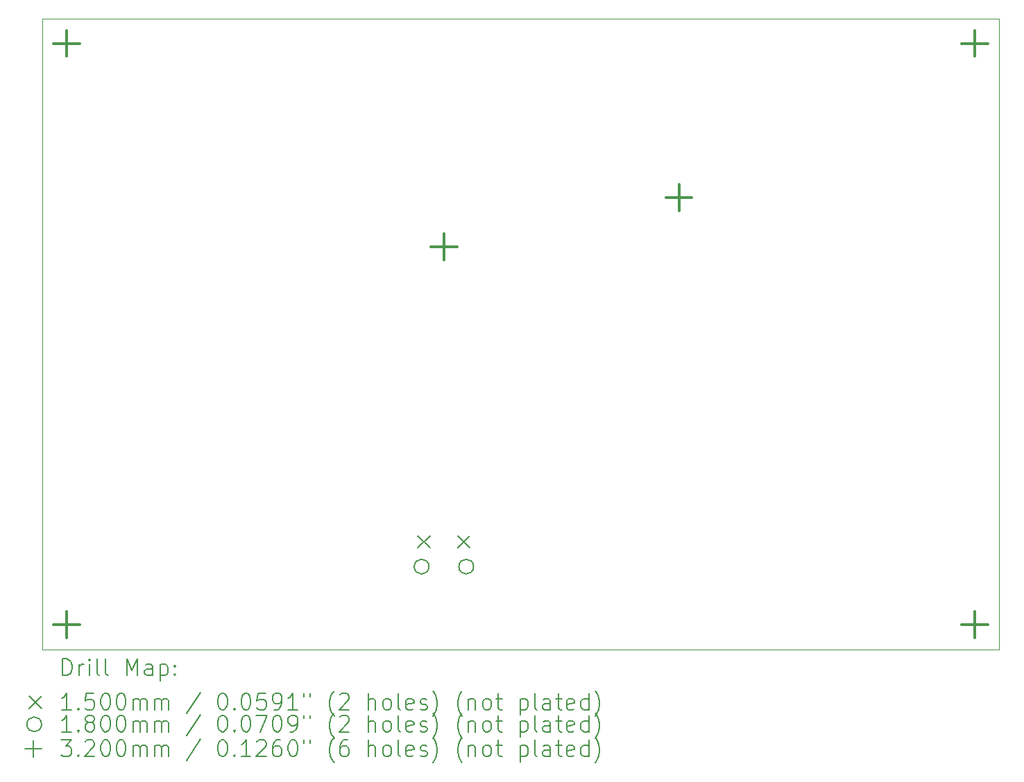
<source format=gbr>
%FSLAX45Y45*%
G04 Gerber Fmt 4.5, Leading zero omitted, Abs format (unit mm)*
G04 Created by KiCad (PCBNEW (6.0.6)) date 2024-03-22 15:25:51*
%MOMM*%
%LPD*%
G01*
G04 APERTURE LIST*
%TA.AperFunction,Profile*%
%ADD10C,0.100000*%
%TD*%
%ADD11C,0.200000*%
%ADD12C,0.150000*%
%ADD13C,0.180000*%
%ADD14C,0.320000*%
G04 APERTURE END LIST*
D10*
X17399000Y-3238500D02*
X5717540Y-3238500D01*
X5717540Y-3238500D02*
X5717540Y-10939780D01*
X5717540Y-10939780D02*
X17399000Y-10939780D01*
X17399000Y-10939780D02*
X17399000Y-3238500D01*
D11*
D12*
X10304780Y-9550560D02*
X10454780Y-9700560D01*
X10454780Y-9550560D02*
X10304780Y-9700560D01*
X10789780Y-9550560D02*
X10939780Y-9700560D01*
X10939780Y-9550560D02*
X10789780Y-9700560D01*
D13*
X10439780Y-9928560D02*
G75*
G03*
X10439780Y-9928560I-90000J0D01*
G01*
X10984780Y-9928560D02*
G75*
G03*
X10984780Y-9928560I-90000J0D01*
G01*
D14*
X6017260Y-3378220D02*
X6017260Y-3698220D01*
X5857260Y-3538220D02*
X6177260Y-3538220D01*
X6017260Y-10480060D02*
X6017260Y-10800060D01*
X5857260Y-10640060D02*
X6177260Y-10640060D01*
X10624820Y-5862340D02*
X10624820Y-6182340D01*
X10464820Y-6022340D02*
X10784820Y-6022340D01*
X13489940Y-5260360D02*
X13489940Y-5580360D01*
X13329940Y-5420360D02*
X13649940Y-5420360D01*
X17099280Y-10480060D02*
X17099280Y-10800060D01*
X16939280Y-10640060D02*
X17259280Y-10640060D01*
X17101820Y-3378220D02*
X17101820Y-3698220D01*
X16941820Y-3538220D02*
X17261820Y-3538220D01*
D11*
X5970159Y-11255256D02*
X5970159Y-11055256D01*
X6017778Y-11055256D01*
X6046349Y-11064780D01*
X6065397Y-11083828D01*
X6074921Y-11102875D01*
X6084445Y-11140970D01*
X6084445Y-11169542D01*
X6074921Y-11207637D01*
X6065397Y-11226685D01*
X6046349Y-11245732D01*
X6017778Y-11255256D01*
X5970159Y-11255256D01*
X6170159Y-11255256D02*
X6170159Y-11121923D01*
X6170159Y-11160018D02*
X6179683Y-11140970D01*
X6189207Y-11131447D01*
X6208254Y-11121923D01*
X6227302Y-11121923D01*
X6293968Y-11255256D02*
X6293968Y-11121923D01*
X6293968Y-11055256D02*
X6284445Y-11064780D01*
X6293968Y-11074304D01*
X6303492Y-11064780D01*
X6293968Y-11055256D01*
X6293968Y-11074304D01*
X6417778Y-11255256D02*
X6398730Y-11245732D01*
X6389207Y-11226685D01*
X6389207Y-11055256D01*
X6522540Y-11255256D02*
X6503492Y-11245732D01*
X6493968Y-11226685D01*
X6493968Y-11055256D01*
X6751111Y-11255256D02*
X6751111Y-11055256D01*
X6817778Y-11198113D01*
X6884445Y-11055256D01*
X6884445Y-11255256D01*
X7065397Y-11255256D02*
X7065397Y-11150494D01*
X7055873Y-11131447D01*
X7036826Y-11121923D01*
X6998730Y-11121923D01*
X6979683Y-11131447D01*
X7065397Y-11245732D02*
X7046349Y-11255256D01*
X6998730Y-11255256D01*
X6979683Y-11245732D01*
X6970159Y-11226685D01*
X6970159Y-11207637D01*
X6979683Y-11188589D01*
X6998730Y-11179066D01*
X7046349Y-11179066D01*
X7065397Y-11169542D01*
X7160635Y-11121923D02*
X7160635Y-11321923D01*
X7160635Y-11131447D02*
X7179683Y-11121923D01*
X7217778Y-11121923D01*
X7236826Y-11131447D01*
X7246349Y-11140970D01*
X7255873Y-11160018D01*
X7255873Y-11217161D01*
X7246349Y-11236208D01*
X7236826Y-11245732D01*
X7217778Y-11255256D01*
X7179683Y-11255256D01*
X7160635Y-11245732D01*
X7341588Y-11236208D02*
X7351111Y-11245732D01*
X7341588Y-11255256D01*
X7332064Y-11245732D01*
X7341588Y-11236208D01*
X7341588Y-11255256D01*
X7341588Y-11131447D02*
X7351111Y-11140970D01*
X7341588Y-11150494D01*
X7332064Y-11140970D01*
X7341588Y-11131447D01*
X7341588Y-11150494D01*
D12*
X5562540Y-11509780D02*
X5712540Y-11659780D01*
X5712540Y-11509780D02*
X5562540Y-11659780D01*
D11*
X6074921Y-11675256D02*
X5960635Y-11675256D01*
X6017778Y-11675256D02*
X6017778Y-11475256D01*
X5998730Y-11503828D01*
X5979683Y-11522875D01*
X5960635Y-11532399D01*
X6160635Y-11656208D02*
X6170159Y-11665732D01*
X6160635Y-11675256D01*
X6151111Y-11665732D01*
X6160635Y-11656208D01*
X6160635Y-11675256D01*
X6351111Y-11475256D02*
X6255873Y-11475256D01*
X6246349Y-11570494D01*
X6255873Y-11560970D01*
X6274921Y-11551447D01*
X6322540Y-11551447D01*
X6341588Y-11560970D01*
X6351111Y-11570494D01*
X6360635Y-11589542D01*
X6360635Y-11637161D01*
X6351111Y-11656208D01*
X6341588Y-11665732D01*
X6322540Y-11675256D01*
X6274921Y-11675256D01*
X6255873Y-11665732D01*
X6246349Y-11656208D01*
X6484445Y-11475256D02*
X6503492Y-11475256D01*
X6522540Y-11484780D01*
X6532064Y-11494304D01*
X6541588Y-11513351D01*
X6551111Y-11551447D01*
X6551111Y-11599066D01*
X6541588Y-11637161D01*
X6532064Y-11656208D01*
X6522540Y-11665732D01*
X6503492Y-11675256D01*
X6484445Y-11675256D01*
X6465397Y-11665732D01*
X6455873Y-11656208D01*
X6446349Y-11637161D01*
X6436826Y-11599066D01*
X6436826Y-11551447D01*
X6446349Y-11513351D01*
X6455873Y-11494304D01*
X6465397Y-11484780D01*
X6484445Y-11475256D01*
X6674921Y-11475256D02*
X6693968Y-11475256D01*
X6713016Y-11484780D01*
X6722540Y-11494304D01*
X6732064Y-11513351D01*
X6741588Y-11551447D01*
X6741588Y-11599066D01*
X6732064Y-11637161D01*
X6722540Y-11656208D01*
X6713016Y-11665732D01*
X6693968Y-11675256D01*
X6674921Y-11675256D01*
X6655873Y-11665732D01*
X6646349Y-11656208D01*
X6636826Y-11637161D01*
X6627302Y-11599066D01*
X6627302Y-11551447D01*
X6636826Y-11513351D01*
X6646349Y-11494304D01*
X6655873Y-11484780D01*
X6674921Y-11475256D01*
X6827302Y-11675256D02*
X6827302Y-11541923D01*
X6827302Y-11560970D02*
X6836826Y-11551447D01*
X6855873Y-11541923D01*
X6884445Y-11541923D01*
X6903492Y-11551447D01*
X6913016Y-11570494D01*
X6913016Y-11675256D01*
X6913016Y-11570494D02*
X6922540Y-11551447D01*
X6941588Y-11541923D01*
X6970159Y-11541923D01*
X6989207Y-11551447D01*
X6998730Y-11570494D01*
X6998730Y-11675256D01*
X7093968Y-11675256D02*
X7093968Y-11541923D01*
X7093968Y-11560970D02*
X7103492Y-11551447D01*
X7122540Y-11541923D01*
X7151111Y-11541923D01*
X7170159Y-11551447D01*
X7179683Y-11570494D01*
X7179683Y-11675256D01*
X7179683Y-11570494D02*
X7189207Y-11551447D01*
X7208254Y-11541923D01*
X7236826Y-11541923D01*
X7255873Y-11551447D01*
X7265397Y-11570494D01*
X7265397Y-11675256D01*
X7655873Y-11465732D02*
X7484445Y-11722875D01*
X7913016Y-11475256D02*
X7932064Y-11475256D01*
X7951111Y-11484780D01*
X7960635Y-11494304D01*
X7970159Y-11513351D01*
X7979683Y-11551447D01*
X7979683Y-11599066D01*
X7970159Y-11637161D01*
X7960635Y-11656208D01*
X7951111Y-11665732D01*
X7932064Y-11675256D01*
X7913016Y-11675256D01*
X7893968Y-11665732D01*
X7884445Y-11656208D01*
X7874921Y-11637161D01*
X7865397Y-11599066D01*
X7865397Y-11551447D01*
X7874921Y-11513351D01*
X7884445Y-11494304D01*
X7893968Y-11484780D01*
X7913016Y-11475256D01*
X8065397Y-11656208D02*
X8074921Y-11665732D01*
X8065397Y-11675256D01*
X8055873Y-11665732D01*
X8065397Y-11656208D01*
X8065397Y-11675256D01*
X8198730Y-11475256D02*
X8217778Y-11475256D01*
X8236826Y-11484780D01*
X8246349Y-11494304D01*
X8255873Y-11513351D01*
X8265397Y-11551447D01*
X8265397Y-11599066D01*
X8255873Y-11637161D01*
X8246349Y-11656208D01*
X8236826Y-11665732D01*
X8217778Y-11675256D01*
X8198730Y-11675256D01*
X8179683Y-11665732D01*
X8170159Y-11656208D01*
X8160635Y-11637161D01*
X8151111Y-11599066D01*
X8151111Y-11551447D01*
X8160635Y-11513351D01*
X8170159Y-11494304D01*
X8179683Y-11484780D01*
X8198730Y-11475256D01*
X8446350Y-11475256D02*
X8351111Y-11475256D01*
X8341588Y-11570494D01*
X8351111Y-11560970D01*
X8370159Y-11551447D01*
X8417778Y-11551447D01*
X8436826Y-11560970D01*
X8446350Y-11570494D01*
X8455873Y-11589542D01*
X8455873Y-11637161D01*
X8446350Y-11656208D01*
X8436826Y-11665732D01*
X8417778Y-11675256D01*
X8370159Y-11675256D01*
X8351111Y-11665732D01*
X8341588Y-11656208D01*
X8551111Y-11675256D02*
X8589207Y-11675256D01*
X8608254Y-11665732D01*
X8617778Y-11656208D01*
X8636826Y-11627637D01*
X8646350Y-11589542D01*
X8646350Y-11513351D01*
X8636826Y-11494304D01*
X8627302Y-11484780D01*
X8608254Y-11475256D01*
X8570159Y-11475256D01*
X8551111Y-11484780D01*
X8541588Y-11494304D01*
X8532064Y-11513351D01*
X8532064Y-11560970D01*
X8541588Y-11580018D01*
X8551111Y-11589542D01*
X8570159Y-11599066D01*
X8608254Y-11599066D01*
X8627302Y-11589542D01*
X8636826Y-11580018D01*
X8646350Y-11560970D01*
X8836826Y-11675256D02*
X8722540Y-11675256D01*
X8779683Y-11675256D02*
X8779683Y-11475256D01*
X8760635Y-11503828D01*
X8741588Y-11522875D01*
X8722540Y-11532399D01*
X8913016Y-11475256D02*
X8913016Y-11513351D01*
X8989207Y-11475256D02*
X8989207Y-11513351D01*
X9284445Y-11751447D02*
X9274921Y-11741923D01*
X9255873Y-11713351D01*
X9246350Y-11694304D01*
X9236826Y-11665732D01*
X9227302Y-11618113D01*
X9227302Y-11580018D01*
X9236826Y-11532399D01*
X9246350Y-11503828D01*
X9255873Y-11484780D01*
X9274921Y-11456208D01*
X9284445Y-11446685D01*
X9351111Y-11494304D02*
X9360635Y-11484780D01*
X9379683Y-11475256D01*
X9427302Y-11475256D01*
X9446350Y-11484780D01*
X9455873Y-11494304D01*
X9465397Y-11513351D01*
X9465397Y-11532399D01*
X9455873Y-11560970D01*
X9341588Y-11675256D01*
X9465397Y-11675256D01*
X9703492Y-11675256D02*
X9703492Y-11475256D01*
X9789207Y-11675256D02*
X9789207Y-11570494D01*
X9779683Y-11551447D01*
X9760635Y-11541923D01*
X9732064Y-11541923D01*
X9713016Y-11551447D01*
X9703492Y-11560970D01*
X9913016Y-11675256D02*
X9893969Y-11665732D01*
X9884445Y-11656208D01*
X9874921Y-11637161D01*
X9874921Y-11580018D01*
X9884445Y-11560970D01*
X9893969Y-11551447D01*
X9913016Y-11541923D01*
X9941588Y-11541923D01*
X9960635Y-11551447D01*
X9970159Y-11560970D01*
X9979683Y-11580018D01*
X9979683Y-11637161D01*
X9970159Y-11656208D01*
X9960635Y-11665732D01*
X9941588Y-11675256D01*
X9913016Y-11675256D01*
X10093969Y-11675256D02*
X10074921Y-11665732D01*
X10065397Y-11646685D01*
X10065397Y-11475256D01*
X10246350Y-11665732D02*
X10227302Y-11675256D01*
X10189207Y-11675256D01*
X10170159Y-11665732D01*
X10160635Y-11646685D01*
X10160635Y-11570494D01*
X10170159Y-11551447D01*
X10189207Y-11541923D01*
X10227302Y-11541923D01*
X10246350Y-11551447D01*
X10255873Y-11570494D01*
X10255873Y-11589542D01*
X10160635Y-11608589D01*
X10332064Y-11665732D02*
X10351111Y-11675256D01*
X10389207Y-11675256D01*
X10408254Y-11665732D01*
X10417778Y-11646685D01*
X10417778Y-11637161D01*
X10408254Y-11618113D01*
X10389207Y-11608589D01*
X10360635Y-11608589D01*
X10341588Y-11599066D01*
X10332064Y-11580018D01*
X10332064Y-11570494D01*
X10341588Y-11551447D01*
X10360635Y-11541923D01*
X10389207Y-11541923D01*
X10408254Y-11551447D01*
X10484445Y-11751447D02*
X10493969Y-11741923D01*
X10513016Y-11713351D01*
X10522540Y-11694304D01*
X10532064Y-11665732D01*
X10541588Y-11618113D01*
X10541588Y-11580018D01*
X10532064Y-11532399D01*
X10522540Y-11503828D01*
X10513016Y-11484780D01*
X10493969Y-11456208D01*
X10484445Y-11446685D01*
X10846350Y-11751447D02*
X10836826Y-11741923D01*
X10817778Y-11713351D01*
X10808254Y-11694304D01*
X10798730Y-11665732D01*
X10789207Y-11618113D01*
X10789207Y-11580018D01*
X10798730Y-11532399D01*
X10808254Y-11503828D01*
X10817778Y-11484780D01*
X10836826Y-11456208D01*
X10846350Y-11446685D01*
X10922540Y-11541923D02*
X10922540Y-11675256D01*
X10922540Y-11560970D02*
X10932064Y-11551447D01*
X10951111Y-11541923D01*
X10979683Y-11541923D01*
X10998730Y-11551447D01*
X11008254Y-11570494D01*
X11008254Y-11675256D01*
X11132064Y-11675256D02*
X11113016Y-11665732D01*
X11103492Y-11656208D01*
X11093969Y-11637161D01*
X11093969Y-11580018D01*
X11103492Y-11560970D01*
X11113016Y-11551447D01*
X11132064Y-11541923D01*
X11160635Y-11541923D01*
X11179683Y-11551447D01*
X11189207Y-11560970D01*
X11198730Y-11580018D01*
X11198730Y-11637161D01*
X11189207Y-11656208D01*
X11179683Y-11665732D01*
X11160635Y-11675256D01*
X11132064Y-11675256D01*
X11255873Y-11541923D02*
X11332064Y-11541923D01*
X11284445Y-11475256D02*
X11284445Y-11646685D01*
X11293968Y-11665732D01*
X11313016Y-11675256D01*
X11332064Y-11675256D01*
X11551111Y-11541923D02*
X11551111Y-11741923D01*
X11551111Y-11551447D02*
X11570159Y-11541923D01*
X11608254Y-11541923D01*
X11627302Y-11551447D01*
X11636826Y-11560970D01*
X11646349Y-11580018D01*
X11646349Y-11637161D01*
X11636826Y-11656208D01*
X11627302Y-11665732D01*
X11608254Y-11675256D01*
X11570159Y-11675256D01*
X11551111Y-11665732D01*
X11760635Y-11675256D02*
X11741588Y-11665732D01*
X11732064Y-11646685D01*
X11732064Y-11475256D01*
X11922540Y-11675256D02*
X11922540Y-11570494D01*
X11913016Y-11551447D01*
X11893968Y-11541923D01*
X11855873Y-11541923D01*
X11836826Y-11551447D01*
X11922540Y-11665732D02*
X11903492Y-11675256D01*
X11855873Y-11675256D01*
X11836826Y-11665732D01*
X11827302Y-11646685D01*
X11827302Y-11627637D01*
X11836826Y-11608589D01*
X11855873Y-11599066D01*
X11903492Y-11599066D01*
X11922540Y-11589542D01*
X11989207Y-11541923D02*
X12065397Y-11541923D01*
X12017778Y-11475256D02*
X12017778Y-11646685D01*
X12027302Y-11665732D01*
X12046349Y-11675256D01*
X12065397Y-11675256D01*
X12208254Y-11665732D02*
X12189207Y-11675256D01*
X12151111Y-11675256D01*
X12132064Y-11665732D01*
X12122540Y-11646685D01*
X12122540Y-11570494D01*
X12132064Y-11551447D01*
X12151111Y-11541923D01*
X12189207Y-11541923D01*
X12208254Y-11551447D01*
X12217778Y-11570494D01*
X12217778Y-11589542D01*
X12122540Y-11608589D01*
X12389207Y-11675256D02*
X12389207Y-11475256D01*
X12389207Y-11665732D02*
X12370159Y-11675256D01*
X12332064Y-11675256D01*
X12313016Y-11665732D01*
X12303492Y-11656208D01*
X12293968Y-11637161D01*
X12293968Y-11580018D01*
X12303492Y-11560970D01*
X12313016Y-11551447D01*
X12332064Y-11541923D01*
X12370159Y-11541923D01*
X12389207Y-11551447D01*
X12465397Y-11751447D02*
X12474921Y-11741923D01*
X12493968Y-11713351D01*
X12503492Y-11694304D01*
X12513016Y-11665732D01*
X12522540Y-11618113D01*
X12522540Y-11580018D01*
X12513016Y-11532399D01*
X12503492Y-11503828D01*
X12493968Y-11484780D01*
X12474921Y-11456208D01*
X12465397Y-11446685D01*
D13*
X5712540Y-11854780D02*
G75*
G03*
X5712540Y-11854780I-90000J0D01*
G01*
D11*
X6074921Y-11945256D02*
X5960635Y-11945256D01*
X6017778Y-11945256D02*
X6017778Y-11745256D01*
X5998730Y-11773828D01*
X5979683Y-11792875D01*
X5960635Y-11802399D01*
X6160635Y-11926208D02*
X6170159Y-11935732D01*
X6160635Y-11945256D01*
X6151111Y-11935732D01*
X6160635Y-11926208D01*
X6160635Y-11945256D01*
X6284445Y-11830970D02*
X6265397Y-11821447D01*
X6255873Y-11811923D01*
X6246349Y-11792875D01*
X6246349Y-11783351D01*
X6255873Y-11764304D01*
X6265397Y-11754780D01*
X6284445Y-11745256D01*
X6322540Y-11745256D01*
X6341588Y-11754780D01*
X6351111Y-11764304D01*
X6360635Y-11783351D01*
X6360635Y-11792875D01*
X6351111Y-11811923D01*
X6341588Y-11821447D01*
X6322540Y-11830970D01*
X6284445Y-11830970D01*
X6265397Y-11840494D01*
X6255873Y-11850018D01*
X6246349Y-11869066D01*
X6246349Y-11907161D01*
X6255873Y-11926208D01*
X6265397Y-11935732D01*
X6284445Y-11945256D01*
X6322540Y-11945256D01*
X6341588Y-11935732D01*
X6351111Y-11926208D01*
X6360635Y-11907161D01*
X6360635Y-11869066D01*
X6351111Y-11850018D01*
X6341588Y-11840494D01*
X6322540Y-11830970D01*
X6484445Y-11745256D02*
X6503492Y-11745256D01*
X6522540Y-11754780D01*
X6532064Y-11764304D01*
X6541588Y-11783351D01*
X6551111Y-11821447D01*
X6551111Y-11869066D01*
X6541588Y-11907161D01*
X6532064Y-11926208D01*
X6522540Y-11935732D01*
X6503492Y-11945256D01*
X6484445Y-11945256D01*
X6465397Y-11935732D01*
X6455873Y-11926208D01*
X6446349Y-11907161D01*
X6436826Y-11869066D01*
X6436826Y-11821447D01*
X6446349Y-11783351D01*
X6455873Y-11764304D01*
X6465397Y-11754780D01*
X6484445Y-11745256D01*
X6674921Y-11745256D02*
X6693968Y-11745256D01*
X6713016Y-11754780D01*
X6722540Y-11764304D01*
X6732064Y-11783351D01*
X6741588Y-11821447D01*
X6741588Y-11869066D01*
X6732064Y-11907161D01*
X6722540Y-11926208D01*
X6713016Y-11935732D01*
X6693968Y-11945256D01*
X6674921Y-11945256D01*
X6655873Y-11935732D01*
X6646349Y-11926208D01*
X6636826Y-11907161D01*
X6627302Y-11869066D01*
X6627302Y-11821447D01*
X6636826Y-11783351D01*
X6646349Y-11764304D01*
X6655873Y-11754780D01*
X6674921Y-11745256D01*
X6827302Y-11945256D02*
X6827302Y-11811923D01*
X6827302Y-11830970D02*
X6836826Y-11821447D01*
X6855873Y-11811923D01*
X6884445Y-11811923D01*
X6903492Y-11821447D01*
X6913016Y-11840494D01*
X6913016Y-11945256D01*
X6913016Y-11840494D02*
X6922540Y-11821447D01*
X6941588Y-11811923D01*
X6970159Y-11811923D01*
X6989207Y-11821447D01*
X6998730Y-11840494D01*
X6998730Y-11945256D01*
X7093968Y-11945256D02*
X7093968Y-11811923D01*
X7093968Y-11830970D02*
X7103492Y-11821447D01*
X7122540Y-11811923D01*
X7151111Y-11811923D01*
X7170159Y-11821447D01*
X7179683Y-11840494D01*
X7179683Y-11945256D01*
X7179683Y-11840494D02*
X7189207Y-11821447D01*
X7208254Y-11811923D01*
X7236826Y-11811923D01*
X7255873Y-11821447D01*
X7265397Y-11840494D01*
X7265397Y-11945256D01*
X7655873Y-11735732D02*
X7484445Y-11992875D01*
X7913016Y-11745256D02*
X7932064Y-11745256D01*
X7951111Y-11754780D01*
X7960635Y-11764304D01*
X7970159Y-11783351D01*
X7979683Y-11821447D01*
X7979683Y-11869066D01*
X7970159Y-11907161D01*
X7960635Y-11926208D01*
X7951111Y-11935732D01*
X7932064Y-11945256D01*
X7913016Y-11945256D01*
X7893968Y-11935732D01*
X7884445Y-11926208D01*
X7874921Y-11907161D01*
X7865397Y-11869066D01*
X7865397Y-11821447D01*
X7874921Y-11783351D01*
X7884445Y-11764304D01*
X7893968Y-11754780D01*
X7913016Y-11745256D01*
X8065397Y-11926208D02*
X8074921Y-11935732D01*
X8065397Y-11945256D01*
X8055873Y-11935732D01*
X8065397Y-11926208D01*
X8065397Y-11945256D01*
X8198730Y-11745256D02*
X8217778Y-11745256D01*
X8236826Y-11754780D01*
X8246349Y-11764304D01*
X8255873Y-11783351D01*
X8265397Y-11821447D01*
X8265397Y-11869066D01*
X8255873Y-11907161D01*
X8246349Y-11926208D01*
X8236826Y-11935732D01*
X8217778Y-11945256D01*
X8198730Y-11945256D01*
X8179683Y-11935732D01*
X8170159Y-11926208D01*
X8160635Y-11907161D01*
X8151111Y-11869066D01*
X8151111Y-11821447D01*
X8160635Y-11783351D01*
X8170159Y-11764304D01*
X8179683Y-11754780D01*
X8198730Y-11745256D01*
X8332064Y-11745256D02*
X8465397Y-11745256D01*
X8379683Y-11945256D01*
X8579683Y-11745256D02*
X8598730Y-11745256D01*
X8617778Y-11754780D01*
X8627302Y-11764304D01*
X8636826Y-11783351D01*
X8646350Y-11821447D01*
X8646350Y-11869066D01*
X8636826Y-11907161D01*
X8627302Y-11926208D01*
X8617778Y-11935732D01*
X8598730Y-11945256D01*
X8579683Y-11945256D01*
X8560635Y-11935732D01*
X8551111Y-11926208D01*
X8541588Y-11907161D01*
X8532064Y-11869066D01*
X8532064Y-11821447D01*
X8541588Y-11783351D01*
X8551111Y-11764304D01*
X8560635Y-11754780D01*
X8579683Y-11745256D01*
X8741588Y-11945256D02*
X8779683Y-11945256D01*
X8798730Y-11935732D01*
X8808254Y-11926208D01*
X8827302Y-11897637D01*
X8836826Y-11859542D01*
X8836826Y-11783351D01*
X8827302Y-11764304D01*
X8817778Y-11754780D01*
X8798730Y-11745256D01*
X8760635Y-11745256D01*
X8741588Y-11754780D01*
X8732064Y-11764304D01*
X8722540Y-11783351D01*
X8722540Y-11830970D01*
X8732064Y-11850018D01*
X8741588Y-11859542D01*
X8760635Y-11869066D01*
X8798730Y-11869066D01*
X8817778Y-11859542D01*
X8827302Y-11850018D01*
X8836826Y-11830970D01*
X8913016Y-11745256D02*
X8913016Y-11783351D01*
X8989207Y-11745256D02*
X8989207Y-11783351D01*
X9284445Y-12021447D02*
X9274921Y-12011923D01*
X9255873Y-11983351D01*
X9246350Y-11964304D01*
X9236826Y-11935732D01*
X9227302Y-11888113D01*
X9227302Y-11850018D01*
X9236826Y-11802399D01*
X9246350Y-11773828D01*
X9255873Y-11754780D01*
X9274921Y-11726208D01*
X9284445Y-11716685D01*
X9351111Y-11764304D02*
X9360635Y-11754780D01*
X9379683Y-11745256D01*
X9427302Y-11745256D01*
X9446350Y-11754780D01*
X9455873Y-11764304D01*
X9465397Y-11783351D01*
X9465397Y-11802399D01*
X9455873Y-11830970D01*
X9341588Y-11945256D01*
X9465397Y-11945256D01*
X9703492Y-11945256D02*
X9703492Y-11745256D01*
X9789207Y-11945256D02*
X9789207Y-11840494D01*
X9779683Y-11821447D01*
X9760635Y-11811923D01*
X9732064Y-11811923D01*
X9713016Y-11821447D01*
X9703492Y-11830970D01*
X9913016Y-11945256D02*
X9893969Y-11935732D01*
X9884445Y-11926208D01*
X9874921Y-11907161D01*
X9874921Y-11850018D01*
X9884445Y-11830970D01*
X9893969Y-11821447D01*
X9913016Y-11811923D01*
X9941588Y-11811923D01*
X9960635Y-11821447D01*
X9970159Y-11830970D01*
X9979683Y-11850018D01*
X9979683Y-11907161D01*
X9970159Y-11926208D01*
X9960635Y-11935732D01*
X9941588Y-11945256D01*
X9913016Y-11945256D01*
X10093969Y-11945256D02*
X10074921Y-11935732D01*
X10065397Y-11916685D01*
X10065397Y-11745256D01*
X10246350Y-11935732D02*
X10227302Y-11945256D01*
X10189207Y-11945256D01*
X10170159Y-11935732D01*
X10160635Y-11916685D01*
X10160635Y-11840494D01*
X10170159Y-11821447D01*
X10189207Y-11811923D01*
X10227302Y-11811923D01*
X10246350Y-11821447D01*
X10255873Y-11840494D01*
X10255873Y-11859542D01*
X10160635Y-11878589D01*
X10332064Y-11935732D02*
X10351111Y-11945256D01*
X10389207Y-11945256D01*
X10408254Y-11935732D01*
X10417778Y-11916685D01*
X10417778Y-11907161D01*
X10408254Y-11888113D01*
X10389207Y-11878589D01*
X10360635Y-11878589D01*
X10341588Y-11869066D01*
X10332064Y-11850018D01*
X10332064Y-11840494D01*
X10341588Y-11821447D01*
X10360635Y-11811923D01*
X10389207Y-11811923D01*
X10408254Y-11821447D01*
X10484445Y-12021447D02*
X10493969Y-12011923D01*
X10513016Y-11983351D01*
X10522540Y-11964304D01*
X10532064Y-11935732D01*
X10541588Y-11888113D01*
X10541588Y-11850018D01*
X10532064Y-11802399D01*
X10522540Y-11773828D01*
X10513016Y-11754780D01*
X10493969Y-11726208D01*
X10484445Y-11716685D01*
X10846350Y-12021447D02*
X10836826Y-12011923D01*
X10817778Y-11983351D01*
X10808254Y-11964304D01*
X10798730Y-11935732D01*
X10789207Y-11888113D01*
X10789207Y-11850018D01*
X10798730Y-11802399D01*
X10808254Y-11773828D01*
X10817778Y-11754780D01*
X10836826Y-11726208D01*
X10846350Y-11716685D01*
X10922540Y-11811923D02*
X10922540Y-11945256D01*
X10922540Y-11830970D02*
X10932064Y-11821447D01*
X10951111Y-11811923D01*
X10979683Y-11811923D01*
X10998730Y-11821447D01*
X11008254Y-11840494D01*
X11008254Y-11945256D01*
X11132064Y-11945256D02*
X11113016Y-11935732D01*
X11103492Y-11926208D01*
X11093969Y-11907161D01*
X11093969Y-11850018D01*
X11103492Y-11830970D01*
X11113016Y-11821447D01*
X11132064Y-11811923D01*
X11160635Y-11811923D01*
X11179683Y-11821447D01*
X11189207Y-11830970D01*
X11198730Y-11850018D01*
X11198730Y-11907161D01*
X11189207Y-11926208D01*
X11179683Y-11935732D01*
X11160635Y-11945256D01*
X11132064Y-11945256D01*
X11255873Y-11811923D02*
X11332064Y-11811923D01*
X11284445Y-11745256D02*
X11284445Y-11916685D01*
X11293968Y-11935732D01*
X11313016Y-11945256D01*
X11332064Y-11945256D01*
X11551111Y-11811923D02*
X11551111Y-12011923D01*
X11551111Y-11821447D02*
X11570159Y-11811923D01*
X11608254Y-11811923D01*
X11627302Y-11821447D01*
X11636826Y-11830970D01*
X11646349Y-11850018D01*
X11646349Y-11907161D01*
X11636826Y-11926208D01*
X11627302Y-11935732D01*
X11608254Y-11945256D01*
X11570159Y-11945256D01*
X11551111Y-11935732D01*
X11760635Y-11945256D02*
X11741588Y-11935732D01*
X11732064Y-11916685D01*
X11732064Y-11745256D01*
X11922540Y-11945256D02*
X11922540Y-11840494D01*
X11913016Y-11821447D01*
X11893968Y-11811923D01*
X11855873Y-11811923D01*
X11836826Y-11821447D01*
X11922540Y-11935732D02*
X11903492Y-11945256D01*
X11855873Y-11945256D01*
X11836826Y-11935732D01*
X11827302Y-11916685D01*
X11827302Y-11897637D01*
X11836826Y-11878589D01*
X11855873Y-11869066D01*
X11903492Y-11869066D01*
X11922540Y-11859542D01*
X11989207Y-11811923D02*
X12065397Y-11811923D01*
X12017778Y-11745256D02*
X12017778Y-11916685D01*
X12027302Y-11935732D01*
X12046349Y-11945256D01*
X12065397Y-11945256D01*
X12208254Y-11935732D02*
X12189207Y-11945256D01*
X12151111Y-11945256D01*
X12132064Y-11935732D01*
X12122540Y-11916685D01*
X12122540Y-11840494D01*
X12132064Y-11821447D01*
X12151111Y-11811923D01*
X12189207Y-11811923D01*
X12208254Y-11821447D01*
X12217778Y-11840494D01*
X12217778Y-11859542D01*
X12122540Y-11878589D01*
X12389207Y-11945256D02*
X12389207Y-11745256D01*
X12389207Y-11935732D02*
X12370159Y-11945256D01*
X12332064Y-11945256D01*
X12313016Y-11935732D01*
X12303492Y-11926208D01*
X12293968Y-11907161D01*
X12293968Y-11850018D01*
X12303492Y-11830970D01*
X12313016Y-11821447D01*
X12332064Y-11811923D01*
X12370159Y-11811923D01*
X12389207Y-11821447D01*
X12465397Y-12021447D02*
X12474921Y-12011923D01*
X12493968Y-11983351D01*
X12503492Y-11964304D01*
X12513016Y-11935732D01*
X12522540Y-11888113D01*
X12522540Y-11850018D01*
X12513016Y-11802399D01*
X12503492Y-11773828D01*
X12493968Y-11754780D01*
X12474921Y-11726208D01*
X12465397Y-11716685D01*
X5612540Y-12054780D02*
X5612540Y-12254780D01*
X5512540Y-12154780D02*
X5712540Y-12154780D01*
X5951111Y-12045256D02*
X6074921Y-12045256D01*
X6008254Y-12121447D01*
X6036826Y-12121447D01*
X6055873Y-12130970D01*
X6065397Y-12140494D01*
X6074921Y-12159542D01*
X6074921Y-12207161D01*
X6065397Y-12226208D01*
X6055873Y-12235732D01*
X6036826Y-12245256D01*
X5979683Y-12245256D01*
X5960635Y-12235732D01*
X5951111Y-12226208D01*
X6160635Y-12226208D02*
X6170159Y-12235732D01*
X6160635Y-12245256D01*
X6151111Y-12235732D01*
X6160635Y-12226208D01*
X6160635Y-12245256D01*
X6246349Y-12064304D02*
X6255873Y-12054780D01*
X6274921Y-12045256D01*
X6322540Y-12045256D01*
X6341588Y-12054780D01*
X6351111Y-12064304D01*
X6360635Y-12083351D01*
X6360635Y-12102399D01*
X6351111Y-12130970D01*
X6236826Y-12245256D01*
X6360635Y-12245256D01*
X6484445Y-12045256D02*
X6503492Y-12045256D01*
X6522540Y-12054780D01*
X6532064Y-12064304D01*
X6541588Y-12083351D01*
X6551111Y-12121447D01*
X6551111Y-12169066D01*
X6541588Y-12207161D01*
X6532064Y-12226208D01*
X6522540Y-12235732D01*
X6503492Y-12245256D01*
X6484445Y-12245256D01*
X6465397Y-12235732D01*
X6455873Y-12226208D01*
X6446349Y-12207161D01*
X6436826Y-12169066D01*
X6436826Y-12121447D01*
X6446349Y-12083351D01*
X6455873Y-12064304D01*
X6465397Y-12054780D01*
X6484445Y-12045256D01*
X6674921Y-12045256D02*
X6693968Y-12045256D01*
X6713016Y-12054780D01*
X6722540Y-12064304D01*
X6732064Y-12083351D01*
X6741588Y-12121447D01*
X6741588Y-12169066D01*
X6732064Y-12207161D01*
X6722540Y-12226208D01*
X6713016Y-12235732D01*
X6693968Y-12245256D01*
X6674921Y-12245256D01*
X6655873Y-12235732D01*
X6646349Y-12226208D01*
X6636826Y-12207161D01*
X6627302Y-12169066D01*
X6627302Y-12121447D01*
X6636826Y-12083351D01*
X6646349Y-12064304D01*
X6655873Y-12054780D01*
X6674921Y-12045256D01*
X6827302Y-12245256D02*
X6827302Y-12111923D01*
X6827302Y-12130970D02*
X6836826Y-12121447D01*
X6855873Y-12111923D01*
X6884445Y-12111923D01*
X6903492Y-12121447D01*
X6913016Y-12140494D01*
X6913016Y-12245256D01*
X6913016Y-12140494D02*
X6922540Y-12121447D01*
X6941588Y-12111923D01*
X6970159Y-12111923D01*
X6989207Y-12121447D01*
X6998730Y-12140494D01*
X6998730Y-12245256D01*
X7093968Y-12245256D02*
X7093968Y-12111923D01*
X7093968Y-12130970D02*
X7103492Y-12121447D01*
X7122540Y-12111923D01*
X7151111Y-12111923D01*
X7170159Y-12121447D01*
X7179683Y-12140494D01*
X7179683Y-12245256D01*
X7179683Y-12140494D02*
X7189207Y-12121447D01*
X7208254Y-12111923D01*
X7236826Y-12111923D01*
X7255873Y-12121447D01*
X7265397Y-12140494D01*
X7265397Y-12245256D01*
X7655873Y-12035732D02*
X7484445Y-12292875D01*
X7913016Y-12045256D02*
X7932064Y-12045256D01*
X7951111Y-12054780D01*
X7960635Y-12064304D01*
X7970159Y-12083351D01*
X7979683Y-12121447D01*
X7979683Y-12169066D01*
X7970159Y-12207161D01*
X7960635Y-12226208D01*
X7951111Y-12235732D01*
X7932064Y-12245256D01*
X7913016Y-12245256D01*
X7893968Y-12235732D01*
X7884445Y-12226208D01*
X7874921Y-12207161D01*
X7865397Y-12169066D01*
X7865397Y-12121447D01*
X7874921Y-12083351D01*
X7884445Y-12064304D01*
X7893968Y-12054780D01*
X7913016Y-12045256D01*
X8065397Y-12226208D02*
X8074921Y-12235732D01*
X8065397Y-12245256D01*
X8055873Y-12235732D01*
X8065397Y-12226208D01*
X8065397Y-12245256D01*
X8265397Y-12245256D02*
X8151111Y-12245256D01*
X8208254Y-12245256D02*
X8208254Y-12045256D01*
X8189207Y-12073828D01*
X8170159Y-12092875D01*
X8151111Y-12102399D01*
X8341588Y-12064304D02*
X8351111Y-12054780D01*
X8370159Y-12045256D01*
X8417778Y-12045256D01*
X8436826Y-12054780D01*
X8446350Y-12064304D01*
X8455873Y-12083351D01*
X8455873Y-12102399D01*
X8446350Y-12130970D01*
X8332064Y-12245256D01*
X8455873Y-12245256D01*
X8627302Y-12045256D02*
X8589207Y-12045256D01*
X8570159Y-12054780D01*
X8560635Y-12064304D01*
X8541588Y-12092875D01*
X8532064Y-12130970D01*
X8532064Y-12207161D01*
X8541588Y-12226208D01*
X8551111Y-12235732D01*
X8570159Y-12245256D01*
X8608254Y-12245256D01*
X8627302Y-12235732D01*
X8636826Y-12226208D01*
X8646350Y-12207161D01*
X8646350Y-12159542D01*
X8636826Y-12140494D01*
X8627302Y-12130970D01*
X8608254Y-12121447D01*
X8570159Y-12121447D01*
X8551111Y-12130970D01*
X8541588Y-12140494D01*
X8532064Y-12159542D01*
X8770159Y-12045256D02*
X8789207Y-12045256D01*
X8808254Y-12054780D01*
X8817778Y-12064304D01*
X8827302Y-12083351D01*
X8836826Y-12121447D01*
X8836826Y-12169066D01*
X8827302Y-12207161D01*
X8817778Y-12226208D01*
X8808254Y-12235732D01*
X8789207Y-12245256D01*
X8770159Y-12245256D01*
X8751111Y-12235732D01*
X8741588Y-12226208D01*
X8732064Y-12207161D01*
X8722540Y-12169066D01*
X8722540Y-12121447D01*
X8732064Y-12083351D01*
X8741588Y-12064304D01*
X8751111Y-12054780D01*
X8770159Y-12045256D01*
X8913016Y-12045256D02*
X8913016Y-12083351D01*
X8989207Y-12045256D02*
X8989207Y-12083351D01*
X9284445Y-12321447D02*
X9274921Y-12311923D01*
X9255873Y-12283351D01*
X9246350Y-12264304D01*
X9236826Y-12235732D01*
X9227302Y-12188113D01*
X9227302Y-12150018D01*
X9236826Y-12102399D01*
X9246350Y-12073828D01*
X9255873Y-12054780D01*
X9274921Y-12026208D01*
X9284445Y-12016685D01*
X9446350Y-12045256D02*
X9408254Y-12045256D01*
X9389207Y-12054780D01*
X9379683Y-12064304D01*
X9360635Y-12092875D01*
X9351111Y-12130970D01*
X9351111Y-12207161D01*
X9360635Y-12226208D01*
X9370159Y-12235732D01*
X9389207Y-12245256D01*
X9427302Y-12245256D01*
X9446350Y-12235732D01*
X9455873Y-12226208D01*
X9465397Y-12207161D01*
X9465397Y-12159542D01*
X9455873Y-12140494D01*
X9446350Y-12130970D01*
X9427302Y-12121447D01*
X9389207Y-12121447D01*
X9370159Y-12130970D01*
X9360635Y-12140494D01*
X9351111Y-12159542D01*
X9703492Y-12245256D02*
X9703492Y-12045256D01*
X9789207Y-12245256D02*
X9789207Y-12140494D01*
X9779683Y-12121447D01*
X9760635Y-12111923D01*
X9732064Y-12111923D01*
X9713016Y-12121447D01*
X9703492Y-12130970D01*
X9913016Y-12245256D02*
X9893969Y-12235732D01*
X9884445Y-12226208D01*
X9874921Y-12207161D01*
X9874921Y-12150018D01*
X9884445Y-12130970D01*
X9893969Y-12121447D01*
X9913016Y-12111923D01*
X9941588Y-12111923D01*
X9960635Y-12121447D01*
X9970159Y-12130970D01*
X9979683Y-12150018D01*
X9979683Y-12207161D01*
X9970159Y-12226208D01*
X9960635Y-12235732D01*
X9941588Y-12245256D01*
X9913016Y-12245256D01*
X10093969Y-12245256D02*
X10074921Y-12235732D01*
X10065397Y-12216685D01*
X10065397Y-12045256D01*
X10246350Y-12235732D02*
X10227302Y-12245256D01*
X10189207Y-12245256D01*
X10170159Y-12235732D01*
X10160635Y-12216685D01*
X10160635Y-12140494D01*
X10170159Y-12121447D01*
X10189207Y-12111923D01*
X10227302Y-12111923D01*
X10246350Y-12121447D01*
X10255873Y-12140494D01*
X10255873Y-12159542D01*
X10160635Y-12178589D01*
X10332064Y-12235732D02*
X10351111Y-12245256D01*
X10389207Y-12245256D01*
X10408254Y-12235732D01*
X10417778Y-12216685D01*
X10417778Y-12207161D01*
X10408254Y-12188113D01*
X10389207Y-12178589D01*
X10360635Y-12178589D01*
X10341588Y-12169066D01*
X10332064Y-12150018D01*
X10332064Y-12140494D01*
X10341588Y-12121447D01*
X10360635Y-12111923D01*
X10389207Y-12111923D01*
X10408254Y-12121447D01*
X10484445Y-12321447D02*
X10493969Y-12311923D01*
X10513016Y-12283351D01*
X10522540Y-12264304D01*
X10532064Y-12235732D01*
X10541588Y-12188113D01*
X10541588Y-12150018D01*
X10532064Y-12102399D01*
X10522540Y-12073828D01*
X10513016Y-12054780D01*
X10493969Y-12026208D01*
X10484445Y-12016685D01*
X10846350Y-12321447D02*
X10836826Y-12311923D01*
X10817778Y-12283351D01*
X10808254Y-12264304D01*
X10798730Y-12235732D01*
X10789207Y-12188113D01*
X10789207Y-12150018D01*
X10798730Y-12102399D01*
X10808254Y-12073828D01*
X10817778Y-12054780D01*
X10836826Y-12026208D01*
X10846350Y-12016685D01*
X10922540Y-12111923D02*
X10922540Y-12245256D01*
X10922540Y-12130970D02*
X10932064Y-12121447D01*
X10951111Y-12111923D01*
X10979683Y-12111923D01*
X10998730Y-12121447D01*
X11008254Y-12140494D01*
X11008254Y-12245256D01*
X11132064Y-12245256D02*
X11113016Y-12235732D01*
X11103492Y-12226208D01*
X11093969Y-12207161D01*
X11093969Y-12150018D01*
X11103492Y-12130970D01*
X11113016Y-12121447D01*
X11132064Y-12111923D01*
X11160635Y-12111923D01*
X11179683Y-12121447D01*
X11189207Y-12130970D01*
X11198730Y-12150018D01*
X11198730Y-12207161D01*
X11189207Y-12226208D01*
X11179683Y-12235732D01*
X11160635Y-12245256D01*
X11132064Y-12245256D01*
X11255873Y-12111923D02*
X11332064Y-12111923D01*
X11284445Y-12045256D02*
X11284445Y-12216685D01*
X11293968Y-12235732D01*
X11313016Y-12245256D01*
X11332064Y-12245256D01*
X11551111Y-12111923D02*
X11551111Y-12311923D01*
X11551111Y-12121447D02*
X11570159Y-12111923D01*
X11608254Y-12111923D01*
X11627302Y-12121447D01*
X11636826Y-12130970D01*
X11646349Y-12150018D01*
X11646349Y-12207161D01*
X11636826Y-12226208D01*
X11627302Y-12235732D01*
X11608254Y-12245256D01*
X11570159Y-12245256D01*
X11551111Y-12235732D01*
X11760635Y-12245256D02*
X11741588Y-12235732D01*
X11732064Y-12216685D01*
X11732064Y-12045256D01*
X11922540Y-12245256D02*
X11922540Y-12140494D01*
X11913016Y-12121447D01*
X11893968Y-12111923D01*
X11855873Y-12111923D01*
X11836826Y-12121447D01*
X11922540Y-12235732D02*
X11903492Y-12245256D01*
X11855873Y-12245256D01*
X11836826Y-12235732D01*
X11827302Y-12216685D01*
X11827302Y-12197637D01*
X11836826Y-12178589D01*
X11855873Y-12169066D01*
X11903492Y-12169066D01*
X11922540Y-12159542D01*
X11989207Y-12111923D02*
X12065397Y-12111923D01*
X12017778Y-12045256D02*
X12017778Y-12216685D01*
X12027302Y-12235732D01*
X12046349Y-12245256D01*
X12065397Y-12245256D01*
X12208254Y-12235732D02*
X12189207Y-12245256D01*
X12151111Y-12245256D01*
X12132064Y-12235732D01*
X12122540Y-12216685D01*
X12122540Y-12140494D01*
X12132064Y-12121447D01*
X12151111Y-12111923D01*
X12189207Y-12111923D01*
X12208254Y-12121447D01*
X12217778Y-12140494D01*
X12217778Y-12159542D01*
X12122540Y-12178589D01*
X12389207Y-12245256D02*
X12389207Y-12045256D01*
X12389207Y-12235732D02*
X12370159Y-12245256D01*
X12332064Y-12245256D01*
X12313016Y-12235732D01*
X12303492Y-12226208D01*
X12293968Y-12207161D01*
X12293968Y-12150018D01*
X12303492Y-12130970D01*
X12313016Y-12121447D01*
X12332064Y-12111923D01*
X12370159Y-12111923D01*
X12389207Y-12121447D01*
X12465397Y-12321447D02*
X12474921Y-12311923D01*
X12493968Y-12283351D01*
X12503492Y-12264304D01*
X12513016Y-12235732D01*
X12522540Y-12188113D01*
X12522540Y-12150018D01*
X12513016Y-12102399D01*
X12503492Y-12073828D01*
X12493968Y-12054780D01*
X12474921Y-12026208D01*
X12465397Y-12016685D01*
M02*

</source>
